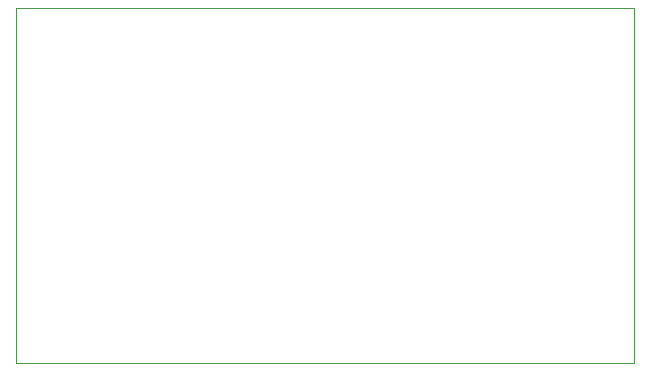
<source format=gbr>
G04 #@! TF.GenerationSoftware,KiCad,Pcbnew,8.0.8-8.0.8-0~ubuntu20.04.1*
G04 #@! TF.CreationDate,2025-01-21T23:34:15+05:30*
G04 #@! TF.ProjectId,hds_rpi,6864735f-7270-4692-9e6b-696361645f70,rev?*
G04 #@! TF.SameCoordinates,Original*
G04 #@! TF.FileFunction,Profile,NP*
%FSLAX46Y46*%
G04 Gerber Fmt 4.6, Leading zero omitted, Abs format (unit mm)*
G04 Created by KiCad (PCBNEW 8.0.8-8.0.8-0~ubuntu20.04.1) date 2025-01-21 23:34:15*
%MOMM*%
%LPD*%
G01*
G04 APERTURE LIST*
G04 #@! TA.AperFunction,Profile*
%ADD10C,0.050000*%
G04 #@! TD*
G04 APERTURE END LIST*
D10*
X81280000Y-50292000D02*
X133604000Y-50292000D01*
X133604000Y-80292000D01*
X81280000Y-80292000D01*
X81280000Y-50292000D01*
M02*

</source>
